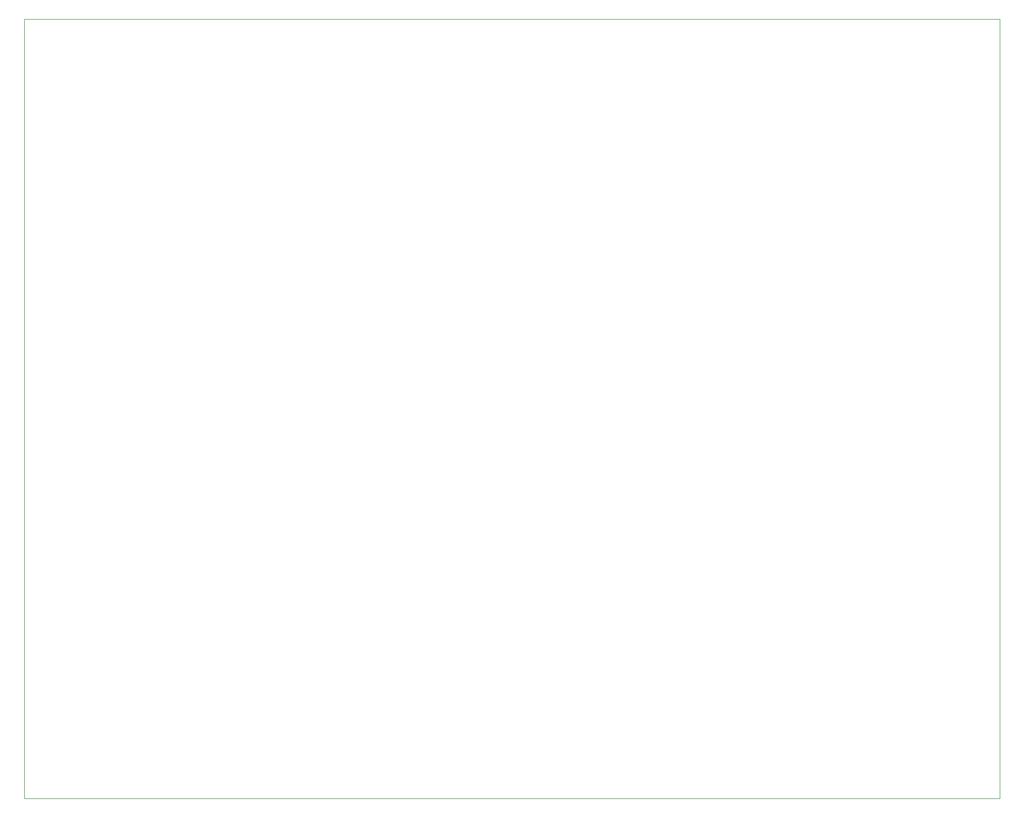
<source format=gbo>
G75*
%MOIN*%
%OFA0B0*%
%FSLAX25Y25*%
%IPPOS*%
%LPD*%
%AMOC8*
5,1,8,0,0,1.08239X$1,22.5*
%
%ADD10C,0.00000*%
D10*
X0071250Y0006800D02*
X0071250Y0510501D01*
X0701171Y0510501D01*
X0701171Y0006800D01*
X0071250Y0006800D01*
M02*

</source>
